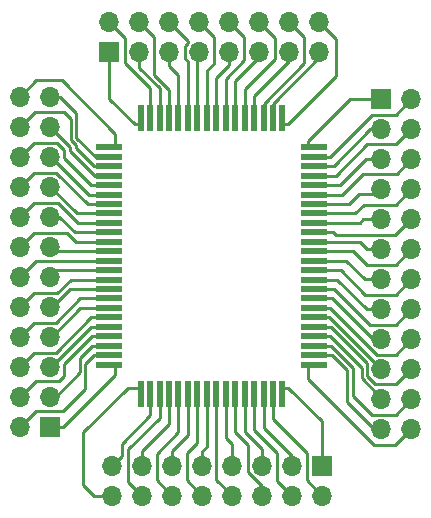
<source format=gbr>
G04 #@! TF.GenerationSoftware,KiCad,Pcbnew,(5.1.2)-2*
G04 #@! TF.CreationDate,2019-08-20T03:23:11-06:00*
G04 #@! TF.ProjectId,pqfp_80_breakout,70716670-5f38-4305-9f62-7265616b6f75,rev?*
G04 #@! TF.SameCoordinates,Original*
G04 #@! TF.FileFunction,Copper,L1,Top*
G04 #@! TF.FilePolarity,Positive*
%FSLAX46Y46*%
G04 Gerber Fmt 4.6, Leading zero omitted, Abs format (unit mm)*
G04 Created by KiCad (PCBNEW (5.1.2)-2) date 2019-08-20 03:23:11*
%MOMM*%
%LPD*%
G04 APERTURE LIST*
%ADD10R,0.500000X2.300000*%
%ADD11R,2.300000X0.500000*%
%ADD12O,1.700000X1.700000*%
%ADD13R,1.700000X1.700000*%
%ADD14C,0.250000*%
G04 APERTURE END LIST*
D10*
X144650000Y-62600000D03*
X145450000Y-62600000D03*
X146250000Y-62600000D03*
X147050000Y-62600000D03*
X147850000Y-62600000D03*
X148650000Y-62600000D03*
X149450000Y-62600000D03*
X150250000Y-62600000D03*
X151050000Y-62600000D03*
X151850000Y-62600000D03*
X152650000Y-62600000D03*
X153450000Y-62600000D03*
X154250000Y-62600000D03*
X155050000Y-62600000D03*
X155850000Y-62600000D03*
X156650000Y-62600000D03*
D11*
X159300000Y-65050000D03*
X159300000Y-65850000D03*
X159300000Y-66650000D03*
X159300000Y-67450000D03*
X159300000Y-68250000D03*
X159300000Y-69050000D03*
X159300000Y-69850000D03*
X159300000Y-70650000D03*
X159300000Y-71450000D03*
X159300000Y-72250000D03*
X159300000Y-73050000D03*
X159300000Y-73850000D03*
X159300000Y-74650000D03*
X159300000Y-75450000D03*
X159300000Y-76250000D03*
X159300000Y-77050000D03*
X159300000Y-77850000D03*
X159300000Y-78650000D03*
X159300000Y-79450000D03*
X159300000Y-80250000D03*
X159300000Y-81050000D03*
X159300000Y-81850000D03*
X159300000Y-82650000D03*
X159300000Y-83450000D03*
D10*
X156650000Y-85900000D03*
X155850000Y-85900000D03*
X155050000Y-85900000D03*
X154250000Y-85900000D03*
X153450000Y-85900000D03*
X152650000Y-85900000D03*
X151850000Y-85900000D03*
X151050000Y-85900000D03*
X150250000Y-85900000D03*
X149450000Y-85900000D03*
X148650000Y-85900000D03*
X147850000Y-85900000D03*
X147050000Y-85900000D03*
X146250000Y-85900000D03*
X145450000Y-85900000D03*
X144650000Y-85900000D03*
D11*
X142000000Y-83450000D03*
X142000000Y-82650000D03*
X142000000Y-81850000D03*
X142000000Y-81050000D03*
X142000000Y-80250000D03*
X142000000Y-79450000D03*
X142000000Y-78650000D03*
X142000000Y-77850000D03*
X142000000Y-77050000D03*
X142000000Y-76250000D03*
X142000000Y-75450000D03*
X142000000Y-74650000D03*
X142000000Y-73850000D03*
X142000000Y-73050000D03*
X142000000Y-72250000D03*
X142000000Y-71450000D03*
X142000000Y-70650000D03*
X142000000Y-69850000D03*
X142000000Y-69050000D03*
X142000000Y-68250000D03*
X142000000Y-67450000D03*
X142000000Y-66650000D03*
X142000000Y-65850000D03*
X142000000Y-65050000D03*
D12*
X159780000Y-54460000D03*
X159780000Y-57000000D03*
X157240000Y-54460000D03*
X157240000Y-57000000D03*
X154700000Y-54460000D03*
X154700000Y-57000000D03*
X152160000Y-54460000D03*
X152160000Y-57000000D03*
X149620000Y-54460000D03*
X149620000Y-57000000D03*
X147080000Y-54460000D03*
X147080000Y-57000000D03*
X144540000Y-54460000D03*
X144540000Y-57000000D03*
X142000000Y-54460000D03*
D13*
X142000000Y-57000000D03*
D12*
X167540000Y-88940000D03*
X165000000Y-88940000D03*
X167540000Y-86400000D03*
X165000000Y-86400000D03*
X167540000Y-83860000D03*
X165000000Y-83860000D03*
X167540000Y-81320000D03*
X165000000Y-81320000D03*
X167540000Y-78780000D03*
X165000000Y-78780000D03*
X167540000Y-76240000D03*
X165000000Y-76240000D03*
X167540000Y-73700000D03*
X165000000Y-73700000D03*
X167540000Y-71160000D03*
X165000000Y-71160000D03*
X167540000Y-68620000D03*
X165000000Y-68620000D03*
X167540000Y-66080000D03*
X165000000Y-66080000D03*
X167540000Y-63540000D03*
X165000000Y-63540000D03*
X167540000Y-61000000D03*
D13*
X165000000Y-61000000D03*
D12*
X142220000Y-94540000D03*
X142220000Y-92000000D03*
X144760000Y-94540000D03*
X144760000Y-92000000D03*
X147300000Y-94540000D03*
X147300000Y-92000000D03*
X149840000Y-94540000D03*
X149840000Y-92000000D03*
X152380000Y-94540000D03*
X152380000Y-92000000D03*
X154920000Y-94540000D03*
X154920000Y-92000000D03*
X157460000Y-94540000D03*
X157460000Y-92000000D03*
X160000000Y-94540000D03*
D13*
X160000000Y-92000000D03*
D12*
X134460000Y-60760000D03*
X137000000Y-60760000D03*
X134460000Y-63300000D03*
X137000000Y-63300000D03*
X134460000Y-65840000D03*
X137000000Y-65840000D03*
X134460000Y-68380000D03*
X137000000Y-68380000D03*
X134460000Y-70920000D03*
X137000000Y-70920000D03*
X134460000Y-73460000D03*
X137000000Y-73460000D03*
X134460000Y-76000000D03*
X137000000Y-76000000D03*
X134460000Y-78540000D03*
X137000000Y-78540000D03*
X134460000Y-81080000D03*
X137000000Y-81080000D03*
X134460000Y-83620000D03*
X137000000Y-83620000D03*
X134460000Y-86160000D03*
X137000000Y-86160000D03*
X134460000Y-88700000D03*
D13*
X137000000Y-88700000D03*
D14*
X142500000Y-64550000D02*
X142500000Y-65050000D01*
X142500000Y-63910000D02*
X142500000Y-64550000D01*
X137980000Y-59390000D02*
X142500000Y-63910000D01*
X134460000Y-60760000D02*
X135830000Y-59390000D01*
X135830000Y-59390000D02*
X137980000Y-59390000D01*
X137840000Y-60760000D02*
X137000000Y-60760000D01*
X139200000Y-62120000D02*
X137840000Y-60760000D01*
X139200000Y-64235002D02*
X139200000Y-62120000D01*
X140864998Y-65900000D02*
X139200000Y-64235002D01*
X142500000Y-65850000D02*
X142450000Y-65900000D01*
X142450000Y-65900000D02*
X140864998Y-65900000D01*
X135730000Y-62030000D02*
X138120000Y-62030000D01*
X138120000Y-62030000D02*
X138749989Y-62659989D01*
X138749989Y-62659989D02*
X138749989Y-64421402D01*
X138749989Y-64421402D02*
X139149989Y-64821402D01*
X140713589Y-66650000D02*
X142500000Y-66650000D01*
X139149989Y-64821402D02*
X139149989Y-65086400D01*
X134460000Y-63300000D02*
X135730000Y-62030000D01*
X139149989Y-65086400D02*
X140713589Y-66650000D01*
X137849999Y-64157823D02*
X138699978Y-65007802D01*
X138699978Y-65007802D02*
X138699978Y-65334980D01*
X138699978Y-65334980D02*
X140814998Y-67450000D01*
X140814998Y-67450000D02*
X142500000Y-67450000D01*
X137000000Y-63300000D02*
X137849999Y-64149999D01*
X137849999Y-64149999D02*
X137849999Y-64157823D01*
X138175001Y-65275999D02*
X137564001Y-64664999D01*
X137564001Y-64664999D02*
X135635001Y-64664999D01*
X138175001Y-65975001D02*
X138175001Y-65275999D01*
X142500000Y-68250000D02*
X140450000Y-68250000D01*
X135309999Y-64990001D02*
X134460000Y-65840000D01*
X140450000Y-68250000D02*
X138175001Y-65975001D01*
X135635001Y-64664999D02*
X135309999Y-64990001D01*
X140250000Y-69050000D02*
X142500000Y-69050000D01*
X137000000Y-65840000D02*
X137040000Y-65840000D01*
X137040000Y-65840000D02*
X140250000Y-69050000D01*
X135309999Y-67530001D02*
X134460000Y-68380000D01*
X135635001Y-67204999D02*
X135309999Y-67530001D01*
X137504999Y-67204999D02*
X135635001Y-67204999D01*
X142500000Y-69850000D02*
X140150000Y-69850000D01*
X140150000Y-69850000D02*
X137504999Y-67204999D01*
X139250000Y-70650000D02*
X142500000Y-70650000D01*
X137000000Y-68380000D02*
X137000000Y-68400000D01*
X137000000Y-68400000D02*
X139250000Y-70650000D01*
X135309999Y-70070001D02*
X134460000Y-70920000D01*
X135635001Y-69744999D02*
X135309999Y-70070001D01*
X137644999Y-69744999D02*
X135635001Y-69744999D01*
X142500000Y-71450000D02*
X139350000Y-71450000D01*
X139350000Y-71450000D02*
X137644999Y-69744999D01*
X139060000Y-72250000D02*
X142500000Y-72250000D01*
X137000000Y-70920000D02*
X137730000Y-70920000D01*
X137730000Y-70920000D02*
X139060000Y-72250000D01*
X135309999Y-72610001D02*
X134460000Y-73460000D01*
X135635001Y-72284999D02*
X135309999Y-72610001D01*
X138414999Y-72284999D02*
X135635001Y-72284999D01*
X142500000Y-73050000D02*
X139180000Y-73050000D01*
X139180000Y-73050000D02*
X138414999Y-72284999D01*
X137390000Y-73850000D02*
X137000000Y-73460000D01*
X142500000Y-73850000D02*
X137390000Y-73850000D01*
X135810000Y-74650000D02*
X134460000Y-76000000D01*
X142500000Y-74650000D02*
X135810000Y-74650000D01*
X137550000Y-75450000D02*
X137000000Y-76000000D01*
X142500000Y-75450000D02*
X137550000Y-75450000D01*
X135309999Y-77690001D02*
X134460000Y-78540000D01*
X135635001Y-77364999D02*
X135309999Y-77690001D01*
X137597501Y-77364999D02*
X135635001Y-77364999D01*
X142500000Y-76250000D02*
X138712500Y-76250000D01*
X138712500Y-76250000D02*
X137597501Y-77364999D01*
X141600000Y-77050000D02*
X142500000Y-77050000D01*
X138650000Y-77050000D02*
X141600000Y-77050000D01*
X137000000Y-78540000D02*
X137160000Y-78540000D01*
X137160000Y-78540000D02*
X138650000Y-77050000D01*
X135309999Y-80230001D02*
X134460000Y-81080000D01*
X135635001Y-79904999D02*
X135309999Y-80230001D01*
X137445001Y-79904999D02*
X135635001Y-79904999D01*
X142500000Y-77850000D02*
X139500000Y-77850000D01*
X139500000Y-77850000D02*
X137445001Y-79904999D01*
X141600000Y-78650000D02*
X142500000Y-78650000D01*
X139550000Y-78650000D02*
X141600000Y-78650000D01*
X137000000Y-81080000D02*
X137120000Y-81080000D01*
X137120000Y-81080000D02*
X139550000Y-78650000D01*
X135309999Y-82770001D02*
X134460000Y-83620000D01*
X135635001Y-82444999D02*
X135309999Y-82770001D01*
X137455001Y-82444999D02*
X135635001Y-82444999D01*
X142500000Y-79450000D02*
X140450000Y-79450000D01*
X140450000Y-79450000D02*
X137455001Y-82444999D01*
X141600000Y-80250000D02*
X142500000Y-80250000D01*
X140450000Y-80250000D02*
X141600000Y-80250000D01*
X137000000Y-83620000D02*
X137080000Y-83620000D01*
X137080000Y-83620000D02*
X140450000Y-80250000D01*
X142500000Y-81050000D02*
X140550000Y-81050000D01*
X138175001Y-83424999D02*
X138175001Y-84424999D01*
X138175001Y-84424999D02*
X137740000Y-84860000D01*
X135309999Y-85310001D02*
X134460000Y-86160000D01*
X137740000Y-84860000D02*
X135760000Y-84860000D01*
X140550000Y-81050000D02*
X138175001Y-83424999D01*
X135760000Y-84860000D02*
X135309999Y-85310001D01*
X137440000Y-86160000D02*
X137000000Y-86160000D01*
X139489990Y-84110010D02*
X137440000Y-86160000D01*
X139489990Y-82910010D02*
X139489990Y-84110010D01*
X142500000Y-81850000D02*
X140550000Y-81850000D01*
X140550000Y-81850000D02*
X139489990Y-82910010D01*
X135309999Y-87850001D02*
X134460000Y-88700000D01*
X135770000Y-87390000D02*
X135309999Y-87850001D01*
X142500000Y-82650000D02*
X140686410Y-82650000D01*
X139940000Y-85520000D02*
X138070000Y-87390000D01*
X140686410Y-82650000D02*
X139940000Y-83396410D01*
X139940000Y-83396410D02*
X139940000Y-85520000D01*
X138070000Y-87390000D02*
X135770000Y-87390000D01*
X142500000Y-83950000D02*
X142500000Y-83450000D01*
X142500000Y-84300000D02*
X142500000Y-83950000D01*
X138100000Y-88700000D02*
X142500000Y-84300000D01*
X137000000Y-88700000D02*
X138100000Y-88700000D01*
X143550000Y-85400000D02*
X144650000Y-85400000D01*
X139800000Y-89150000D02*
X143550000Y-85400000D01*
X139800000Y-93600000D02*
X139800000Y-89150000D01*
X142220000Y-94540000D02*
X140740000Y-94540000D01*
X140740000Y-94540000D02*
X139800000Y-93600000D01*
X145450000Y-86330000D02*
X145450000Y-85400000D01*
X145450000Y-87750000D02*
X145450000Y-86330000D01*
X143069999Y-90130001D02*
X145450000Y-87750000D01*
X142220000Y-92000000D02*
X143069999Y-91150001D01*
X143069999Y-91150001D02*
X143069999Y-90130001D01*
X146250000Y-87950000D02*
X146250000Y-85400000D01*
X143584999Y-90615001D02*
X146250000Y-87950000D01*
X144760000Y-94540000D02*
X143584999Y-93364999D01*
X143584999Y-93364999D02*
X143584999Y-90615001D01*
X147050000Y-86300000D02*
X147050000Y-85400000D01*
X147050000Y-88507919D02*
X147050000Y-86300000D01*
X144760000Y-90797919D02*
X147050000Y-88507919D01*
X144760000Y-92000000D02*
X144760000Y-90797919D01*
X147850000Y-89150000D02*
X147850000Y-85400000D01*
X146000000Y-91000000D02*
X147850000Y-89150000D01*
X147300000Y-94540000D02*
X146000000Y-93240000D01*
X146000000Y-93240000D02*
X146000000Y-91000000D01*
X148650000Y-86300000D02*
X148650000Y-85400000D01*
X147300000Y-90797919D02*
X148650000Y-89447919D01*
X147300000Y-92000000D02*
X147300000Y-90797919D01*
X148650000Y-89447919D02*
X148650000Y-86300000D01*
X149450000Y-90050000D02*
X149450000Y-85400000D01*
X148555000Y-90945000D02*
X149450000Y-90050000D01*
X149840000Y-94540000D02*
X148555000Y-93255000D01*
X148555000Y-93255000D02*
X148555000Y-90945000D01*
X150250000Y-86300000D02*
X150250000Y-85400000D01*
X150250000Y-90387919D02*
X150250000Y-86300000D01*
X149840000Y-90797919D02*
X150250000Y-90387919D01*
X149840000Y-92000000D02*
X149840000Y-90797919D01*
X151050000Y-86300000D02*
X151050000Y-85400000D01*
X151050000Y-93179501D02*
X151050000Y-86300000D01*
X152380000Y-94540000D02*
X152380000Y-94509501D01*
X152380000Y-94509501D02*
X151050000Y-93179501D01*
X151850000Y-89650000D02*
X151850000Y-85400000D01*
X152380000Y-92000000D02*
X152380000Y-90180000D01*
X152380000Y-90180000D02*
X151850000Y-89650000D01*
X152650000Y-89190000D02*
X152650000Y-85400000D01*
X153700000Y-90240000D02*
X152650000Y-89190000D01*
X153700000Y-92519002D02*
X153700000Y-90240000D01*
X154920000Y-94540000D02*
X154920000Y-93739002D01*
X154920000Y-93739002D02*
X153700000Y-92519002D01*
X153450000Y-89130000D02*
X153450000Y-85400000D01*
X154920000Y-92000000D02*
X154920000Y-90600000D01*
X154920000Y-90600000D02*
X153450000Y-89130000D01*
X156610001Y-93690001D02*
X157460000Y-94540000D01*
X156200000Y-93280000D02*
X156610001Y-93690001D01*
X156200000Y-90950000D02*
X156200000Y-93280000D01*
X154250000Y-85400000D02*
X154250000Y-89000000D01*
X154250000Y-89000000D02*
X156200000Y-90950000D01*
X155050000Y-86300000D02*
X155050000Y-85400000D01*
X155050000Y-88790000D02*
X155050000Y-86300000D01*
X157460000Y-92000000D02*
X157460000Y-91200000D01*
X157460000Y-91200000D02*
X155050000Y-88790000D01*
X155850000Y-88060000D02*
X155850000Y-85400000D01*
X158700000Y-90910000D02*
X155850000Y-88060000D01*
X160000000Y-94540000D02*
X158700000Y-93240000D01*
X158700000Y-93240000D02*
X158700000Y-90910000D01*
X157150000Y-85400000D02*
X156650000Y-85400000D01*
X160000000Y-88250000D02*
X157150000Y-85400000D01*
X160000000Y-92000000D02*
X160000000Y-88250000D01*
X158800000Y-83950000D02*
X158800000Y-83450000D01*
X158800000Y-84690000D02*
X158800000Y-83950000D01*
X164400000Y-90290000D02*
X158800000Y-84690000D01*
X167540000Y-88940000D02*
X166190000Y-90290000D01*
X166190000Y-90290000D02*
X164400000Y-90290000D01*
X160850000Y-82650000D02*
X158800000Y-82650000D01*
X162100000Y-83900000D02*
X160850000Y-82650000D01*
X162100000Y-86620000D02*
X162100000Y-83900000D01*
X165000000Y-88940000D02*
X164420000Y-88940000D01*
X164420000Y-88940000D02*
X162100000Y-86620000D01*
X160750000Y-81850000D02*
X158800000Y-81850000D01*
X162600000Y-83700000D02*
X160750000Y-81850000D01*
X162600000Y-86090000D02*
X162600000Y-83700000D01*
X164220000Y-87710000D02*
X162600000Y-86090000D01*
X167540000Y-86400000D02*
X166230000Y-87710000D01*
X166230000Y-87710000D02*
X164220000Y-87710000D01*
X160650000Y-81050000D02*
X158800000Y-81050000D01*
X163374988Y-83774988D02*
X160650000Y-81050000D01*
X163374988Y-84610401D02*
X163374988Y-83774988D01*
X165000000Y-86400000D02*
X165000000Y-86235413D01*
X165000000Y-86235413D02*
X163374988Y-84610401D01*
X160750000Y-80250000D02*
X158800000Y-80250000D01*
X163824999Y-83324999D02*
X160750000Y-80250000D01*
X163824999Y-84424001D02*
X163824999Y-83324999D01*
X164500998Y-85100000D02*
X163824999Y-84424001D01*
X167540000Y-83860000D02*
X166300000Y-85100000D01*
X166300000Y-85100000D02*
X164500998Y-85100000D01*
X160590000Y-79450000D02*
X158800000Y-79450000D01*
X165000000Y-83860000D02*
X160590000Y-79450000D01*
X160650000Y-78650000D02*
X158800000Y-78650000D01*
X164630000Y-82630000D02*
X160650000Y-78650000D01*
X167540000Y-81320000D02*
X166230000Y-82630000D01*
X166230000Y-82630000D02*
X164630000Y-82630000D01*
X165000000Y-81320000D02*
X164320000Y-81320000D01*
X159700000Y-77850000D02*
X158800000Y-77850000D01*
X160850000Y-77850000D02*
X159700000Y-77850000D01*
X164320000Y-81320000D02*
X160850000Y-77850000D01*
X164090000Y-80090000D02*
X161050000Y-77050000D01*
X161050000Y-77050000D02*
X158800000Y-77050000D01*
X167540000Y-78780000D02*
X166230000Y-80090000D01*
X166230000Y-80090000D02*
X164090000Y-80090000D01*
X161250000Y-76250000D02*
X159700000Y-76250000D01*
X159700000Y-76250000D02*
X158800000Y-76250000D01*
X165000000Y-78780000D02*
X163780000Y-78780000D01*
X163780000Y-78780000D02*
X161250000Y-76250000D01*
X161575000Y-75450000D02*
X158800000Y-75450000D01*
X163665000Y-77540000D02*
X161575000Y-75450000D01*
X167540000Y-76240000D02*
X166240000Y-77540000D01*
X166240000Y-77540000D02*
X163665000Y-77540000D01*
X162070000Y-74650000D02*
X158800000Y-74650000D01*
X165000000Y-76240000D02*
X163660000Y-76240000D01*
X163660000Y-76240000D02*
X162070000Y-74650000D01*
X162660000Y-73850000D02*
X158800000Y-73850000D01*
X163810000Y-75000000D02*
X162660000Y-73850000D01*
X167540000Y-73700000D02*
X166240000Y-75000000D01*
X166240000Y-75000000D02*
X163810000Y-75000000D01*
X163840000Y-73700000D02*
X165000000Y-73700000D01*
X158800000Y-73050000D02*
X163190000Y-73050000D01*
X163190000Y-73050000D02*
X163840000Y-73700000D01*
X159700000Y-72250000D02*
X158800000Y-72250000D01*
X160950000Y-72250000D02*
X159700000Y-72250000D01*
X161200000Y-72500000D02*
X160950000Y-72250000D01*
X167540000Y-71160000D02*
X166200000Y-72500000D01*
X166200000Y-72500000D02*
X161200000Y-72500000D01*
X159700000Y-71450000D02*
X158800000Y-71450000D01*
X163180000Y-71450000D02*
X159700000Y-71450000D01*
X165000000Y-71160000D02*
X163470000Y-71160000D01*
X163470000Y-71160000D02*
X163180000Y-71450000D01*
X159700000Y-70650000D02*
X158800000Y-70650000D01*
X162810000Y-70650000D02*
X159700000Y-70650000D01*
X163560000Y-69900000D02*
X162810000Y-70650000D01*
X167540000Y-68620000D02*
X166260000Y-69900000D01*
X166260000Y-69900000D02*
X163560000Y-69900000D01*
X162260000Y-69850000D02*
X158800000Y-69850000D01*
X163110000Y-69000000D02*
X162260000Y-69850000D01*
X165000000Y-68620000D02*
X164620000Y-69000000D01*
X164620000Y-69000000D02*
X163110000Y-69000000D01*
X161720000Y-69050000D02*
X158800000Y-69050000D01*
X163470000Y-67300000D02*
X161720000Y-69050000D01*
X167540000Y-66080000D02*
X166320000Y-67300000D01*
X166320000Y-67300000D02*
X163470000Y-67300000D01*
X161520000Y-68250000D02*
X158800000Y-68250000D01*
X165000000Y-66080000D02*
X163690000Y-66080000D01*
X163690000Y-66080000D02*
X161520000Y-68250000D01*
X161150000Y-67450000D02*
X158800000Y-67450000D01*
X163800000Y-64800000D02*
X161150000Y-67450000D01*
X167540000Y-63540000D02*
X166280000Y-64800000D01*
X166280000Y-64800000D02*
X163800000Y-64800000D01*
X160990000Y-66650000D02*
X158800000Y-66650000D01*
X165000000Y-63540000D02*
X164100000Y-63540000D01*
X164100000Y-63540000D02*
X160990000Y-66650000D01*
X160650000Y-65850000D02*
X158800000Y-65850000D01*
X164220000Y-62280000D02*
X160650000Y-65850000D01*
X167540000Y-61000000D02*
X166260000Y-62280000D01*
X166260000Y-62280000D02*
X164220000Y-62280000D01*
X158800000Y-64550000D02*
X158800000Y-65050000D01*
X162350000Y-61000000D02*
X158800000Y-64550000D01*
X165000000Y-61000000D02*
X162350000Y-61000000D01*
X160629999Y-55309999D02*
X159780000Y-54460000D01*
X161200000Y-55880000D02*
X160629999Y-55309999D01*
X161200000Y-59050000D02*
X161200000Y-55880000D01*
X156650000Y-63100000D02*
X157150000Y-63100000D01*
X157150000Y-63100000D02*
X161200000Y-59050000D01*
X159780000Y-57420000D02*
X159780000Y-57000000D01*
X155850000Y-63100000D02*
X155850000Y-61350000D01*
X155850000Y-61350000D02*
X159780000Y-57420000D01*
X158089999Y-55309999D02*
X157240000Y-54460000D01*
X158500000Y-55720000D02*
X158089999Y-55309999D01*
X158500000Y-57900000D02*
X158500000Y-55720000D01*
X155050000Y-63100000D02*
X155050000Y-61350000D01*
X155050000Y-61350000D02*
X158500000Y-57900000D01*
X157240000Y-57720000D02*
X157240000Y-57000000D01*
X154250000Y-63100000D02*
X154250000Y-60710000D01*
X154250000Y-60710000D02*
X157240000Y-57720000D01*
X155549999Y-55309999D02*
X154700000Y-54460000D01*
X156000000Y-55760000D02*
X155549999Y-55309999D01*
X156000000Y-57600000D02*
X156000000Y-55760000D01*
X153450000Y-63100000D02*
X153450000Y-60150000D01*
X153450000Y-60150000D02*
X156000000Y-57600000D01*
X154700000Y-57400000D02*
X154700000Y-57000000D01*
X152650000Y-63100000D02*
X152650000Y-59450000D01*
X152650000Y-59450000D02*
X154700000Y-57400000D01*
X153009999Y-55309999D02*
X152160000Y-54460000D01*
X153400000Y-55700000D02*
X153009999Y-55309999D01*
X153400000Y-57700000D02*
X153400000Y-55700000D01*
X151850000Y-63100000D02*
X151850000Y-59250000D01*
X151850000Y-59250000D02*
X153400000Y-57700000D01*
X151050000Y-59212592D02*
X151050000Y-62200000D01*
X151050000Y-62200000D02*
X151050000Y-63100000D01*
X152160000Y-58102592D02*
X151050000Y-59212592D01*
X152160000Y-57000000D02*
X152160000Y-58102592D01*
X150469999Y-55309999D02*
X149620000Y-54460000D01*
X150900000Y-55740000D02*
X150469999Y-55309999D01*
X150900000Y-57900000D02*
X150900000Y-55740000D01*
X150250000Y-63100000D02*
X150250000Y-58550000D01*
X150250000Y-58550000D02*
X150900000Y-57900000D01*
X149450000Y-57170000D02*
X149620000Y-57000000D01*
X149450000Y-63100000D02*
X149450000Y-57170000D01*
X147929999Y-55309999D02*
X147080000Y-54460000D01*
X148650000Y-57769002D02*
X148444999Y-57564001D01*
X148444999Y-57564001D02*
X148444999Y-56435999D01*
X148444999Y-56435999D02*
X148650000Y-56230998D01*
X148650000Y-56230998D02*
X148650000Y-56030000D01*
X148650000Y-63100000D02*
X148650000Y-57769002D01*
X148650000Y-56030000D02*
X147929999Y-55309999D01*
X147850000Y-58960000D02*
X147850000Y-63100000D01*
X147080000Y-57000000D02*
X147080000Y-58190000D01*
X147080000Y-58190000D02*
X147850000Y-58960000D01*
X147050000Y-60200000D02*
X147050000Y-63100000D01*
X145800000Y-58950000D02*
X147050000Y-60200000D01*
X144540000Y-54460000D02*
X145800000Y-55720000D01*
X145800000Y-55720000D02*
X145800000Y-58950000D01*
X146250000Y-62200000D02*
X146250000Y-63100000D01*
X146250000Y-60050000D02*
X146250000Y-62200000D01*
X144540000Y-57000000D02*
X144540000Y-58340000D01*
X144540000Y-58340000D02*
X146250000Y-60050000D01*
X145450000Y-60050000D02*
X145450000Y-63100000D01*
X143300000Y-57900000D02*
X145450000Y-60050000D01*
X142000000Y-54460000D02*
X143300000Y-55760000D01*
X143300000Y-55760000D02*
X143300000Y-57900000D01*
X144150000Y-63100000D02*
X144650000Y-63100000D01*
X142000000Y-60950000D02*
X144150000Y-63100000D01*
X142000000Y-57000000D02*
X142000000Y-60950000D01*
M02*

</source>
